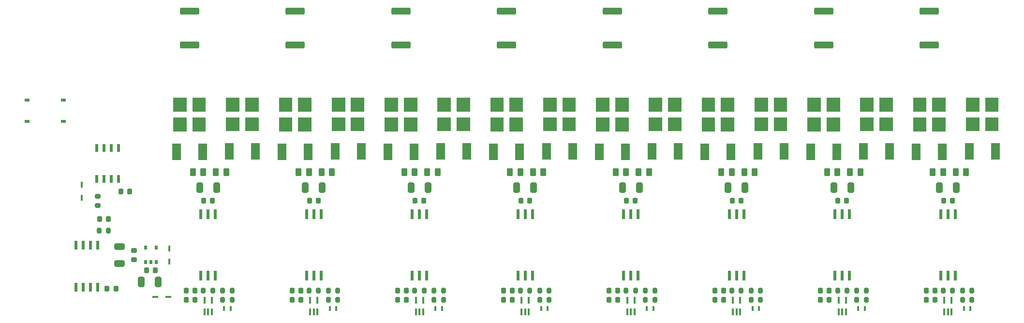
<source format=gtp>
G04 #@! TF.GenerationSoftware,KiCad,Pcbnew,8.0.5*
G04 #@! TF.CreationDate,2024-10-30T13:21:30-05:00*
G04 #@! TF.ProjectId,bidirectional_load_switch,62696469-7265-4637-9469-6f6e616c5f6c,0.2.0*
G04 #@! TF.SameCoordinates,Original*
G04 #@! TF.FileFunction,Paste,Top*
G04 #@! TF.FilePolarity,Positive*
%FSLAX46Y46*%
G04 Gerber Fmt 4.6, Leading zero omitted, Abs format (unit mm)*
G04 Created by KiCad (PCBNEW 8.0.5) date 2024-10-30 13:21:30*
%MOMM*%
%LPD*%
G01*
G04 APERTURE LIST*
G04 Aperture macros list*
%AMRoundRect*
0 Rectangle with rounded corners*
0 $1 Rounding radius*
0 $2 $3 $4 $5 $6 $7 $8 $9 X,Y pos of 4 corners*
0 Add a 4 corners polygon primitive as box body*
4,1,4,$2,$3,$4,$5,$6,$7,$8,$9,$2,$3,0*
0 Add four circle primitives for the rounded corners*
1,1,$1+$1,$2,$3*
1,1,$1+$1,$4,$5*
1,1,$1+$1,$6,$7*
1,1,$1+$1,$8,$9*
0 Add four rect primitives between the rounded corners*
20,1,$1+$1,$2,$3,$4,$5,0*
20,1,$1+$1,$4,$5,$6,$7,0*
20,1,$1+$1,$6,$7,$8,$9,0*
20,1,$1+$1,$8,$9,$2,$3,0*%
G04 Aperture macros list end*
%ADD10RoundRect,0.200000X0.200000X0.275000X-0.200000X0.275000X-0.200000X-0.275000X0.200000X-0.275000X0*%
%ADD11R,0.558800X1.701800*%
%ADD12R,0.355600X1.168400*%
%ADD13RoundRect,0.250000X0.325000X0.650000X-0.325000X0.650000X-0.325000X-0.650000X0.325000X-0.650000X0*%
%ADD14RoundRect,0.250000X-1.425000X0.362500X-1.425000X-0.362500X1.425000X-0.362500X1.425000X0.362500X0*%
%ADD15RoundRect,0.225000X0.225000X0.250000X-0.225000X0.250000X-0.225000X-0.250000X0.225000X-0.250000X0*%
%ADD16RoundRect,0.250000X-0.325000X-0.650000X0.325000X-0.650000X0.325000X0.650000X-0.325000X0.650000X0*%
%ADD17R,1.500000X2.900000*%
%ADD18R,0.457200X0.812800*%
%ADD19RoundRect,0.200000X-0.275000X0.200000X-0.275000X-0.200000X0.275000X-0.200000X0.275000X0.200000X0*%
%ADD20R,0.533400X1.574800*%
%ADD21RoundRect,0.250000X-0.262500X-0.450000X0.262500X-0.450000X0.262500X0.450000X-0.262500X0.450000X0*%
%ADD22RoundRect,0.200000X-0.200000X-0.275000X0.200000X-0.275000X0.200000X0.275000X-0.200000X0.275000X0*%
%ADD23RoundRect,0.225000X-0.225000X-0.250000X0.225000X-0.250000X0.225000X0.250000X-0.225000X0.250000X0*%
%ADD24RoundRect,0.250000X0.262500X0.450000X-0.262500X0.450000X-0.262500X-0.450000X0.262500X-0.450000X0*%
%ADD25R,0.952500X0.558800*%
%ADD26R,0.450800X1.111200*%
%ADD27R,0.558800X1.460500*%
%ADD28RoundRect,0.225000X-0.250000X0.225000X-0.250000X-0.225000X0.250000X-0.225000X0.250000X0.225000X0*%
%ADD29R,1.111200X0.450800*%
%ADD30R,0.549999X0.800001*%
%ADD31RoundRect,0.250000X-0.650000X0.325000X-0.650000X-0.325000X0.650000X-0.325000X0.650000X0.325000X0*%
G04 APERTURE END LIST*
G36*
X117950000Y-78000000D02*
G01*
X120300000Y-78000000D01*
X120300000Y-80450000D01*
X117950000Y-80450000D01*
X117950000Y-78000000D01*
G37*
G36*
X117950000Y-81450000D02*
G01*
X120300000Y-81450000D01*
X120300000Y-83900000D01*
X117950000Y-83900000D01*
X117950000Y-81450000D01*
G37*
G36*
X121300000Y-78000000D02*
G01*
X123650000Y-78000000D01*
X123650000Y-80450000D01*
X121300000Y-80450000D01*
X121300000Y-78000000D01*
G37*
G36*
X121300000Y-81450000D02*
G01*
X123650000Y-81450000D01*
X123650000Y-83900000D01*
X121300000Y-83900000D01*
X121300000Y-81450000D01*
G37*
G36*
X191950000Y-78000000D02*
G01*
X194300000Y-78000000D01*
X194300000Y-80450000D01*
X191950000Y-80450000D01*
X191950000Y-78000000D01*
G37*
G36*
X191950000Y-81450000D02*
G01*
X194300000Y-81450000D01*
X194300000Y-83900000D01*
X191950000Y-83900000D01*
X191950000Y-81450000D01*
G37*
G36*
X195300000Y-78000000D02*
G01*
X197650000Y-78000000D01*
X197650000Y-80450000D01*
X195300000Y-80450000D01*
X195300000Y-78000000D01*
G37*
G36*
X195300000Y-81450000D02*
G01*
X197650000Y-81450000D01*
X197650000Y-83900000D01*
X195300000Y-83900000D01*
X195300000Y-81450000D01*
G37*
G36*
X164200000Y-78050000D02*
G01*
X166550000Y-78050000D01*
X166550000Y-80500000D01*
X164200000Y-80500000D01*
X164200000Y-78050000D01*
G37*
G36*
X164200000Y-81500000D02*
G01*
X166550000Y-81500000D01*
X166550000Y-83950000D01*
X164200000Y-83950000D01*
X164200000Y-81500000D01*
G37*
G36*
X167550000Y-78050000D02*
G01*
X169900000Y-78050000D01*
X169900000Y-80500000D01*
X167550000Y-80500000D01*
X167550000Y-78050000D01*
G37*
G36*
X167550000Y-81500000D02*
G01*
X169900000Y-81500000D01*
X169900000Y-83950000D01*
X167550000Y-83950000D01*
X167550000Y-81500000D01*
G37*
G36*
X219700000Y-78050000D02*
G01*
X222050000Y-78050000D01*
X222050000Y-80500000D01*
X219700000Y-80500000D01*
X219700000Y-78050000D01*
G37*
G36*
X219700000Y-81500000D02*
G01*
X222050000Y-81500000D01*
X222050000Y-83950000D01*
X219700000Y-83950000D01*
X219700000Y-81500000D01*
G37*
G36*
X223050000Y-78050000D02*
G01*
X225400000Y-78050000D01*
X225400000Y-80500000D01*
X223050000Y-80500000D01*
X223050000Y-78050000D01*
G37*
G36*
X223050000Y-81500000D02*
G01*
X225400000Y-81500000D01*
X225400000Y-83950000D01*
X223050000Y-83950000D01*
X223050000Y-81500000D01*
G37*
G36*
X145700000Y-78050000D02*
G01*
X148050000Y-78050000D01*
X148050000Y-80500000D01*
X145700000Y-80500000D01*
X145700000Y-78050000D01*
G37*
G36*
X145700000Y-81500000D02*
G01*
X148050000Y-81500000D01*
X148050000Y-83950000D01*
X145700000Y-83950000D01*
X145700000Y-81500000D01*
G37*
G36*
X149050000Y-78050000D02*
G01*
X151400000Y-78050000D01*
X151400000Y-80500000D01*
X149050000Y-80500000D01*
X149050000Y-78050000D01*
G37*
G36*
X149050000Y-81500000D02*
G01*
X151400000Y-81500000D01*
X151400000Y-83950000D01*
X149050000Y-83950000D01*
X149050000Y-81500000D01*
G37*
G36*
X136450000Y-78000000D02*
G01*
X138800000Y-78000000D01*
X138800000Y-80450000D01*
X136450000Y-80450000D01*
X136450000Y-78000000D01*
G37*
G36*
X136450000Y-81450000D02*
G01*
X138800000Y-81450000D01*
X138800000Y-83900000D01*
X136450000Y-83900000D01*
X136450000Y-81450000D01*
G37*
G36*
X139800000Y-78000000D02*
G01*
X142150000Y-78000000D01*
X142150000Y-80450000D01*
X139800000Y-80450000D01*
X139800000Y-78000000D01*
G37*
G36*
X139800000Y-81450000D02*
G01*
X142150000Y-81450000D01*
X142150000Y-83900000D01*
X139800000Y-83900000D01*
X139800000Y-81450000D01*
G37*
G36*
X173450000Y-78000000D02*
G01*
X175800000Y-78000000D01*
X175800000Y-80450000D01*
X173450000Y-80450000D01*
X173450000Y-78000000D01*
G37*
G36*
X173450000Y-81450000D02*
G01*
X175800000Y-81450000D01*
X175800000Y-83900000D01*
X173450000Y-83900000D01*
X173450000Y-81450000D01*
G37*
G36*
X176800000Y-78000000D02*
G01*
X179150000Y-78000000D01*
X179150000Y-80450000D01*
X176800000Y-80450000D01*
X176800000Y-78000000D01*
G37*
G36*
X176800000Y-81450000D02*
G01*
X179150000Y-81450000D01*
X179150000Y-83900000D01*
X176800000Y-83900000D01*
X176800000Y-81450000D01*
G37*
G36*
X127200000Y-78050000D02*
G01*
X129550000Y-78050000D01*
X129550000Y-80500000D01*
X127200000Y-80500000D01*
X127200000Y-78050000D01*
G37*
G36*
X127200000Y-81500000D02*
G01*
X129550000Y-81500000D01*
X129550000Y-83950000D01*
X127200000Y-83950000D01*
X127200000Y-81500000D01*
G37*
G36*
X130550000Y-78050000D02*
G01*
X132900000Y-78050000D01*
X132900000Y-80500000D01*
X130550000Y-80500000D01*
X130550000Y-78050000D01*
G37*
G36*
X130550000Y-81500000D02*
G01*
X132900000Y-81500000D01*
X132900000Y-83950000D01*
X130550000Y-83950000D01*
X130550000Y-81500000D01*
G37*
G36*
X182700000Y-78050000D02*
G01*
X185050000Y-78050000D01*
X185050000Y-80500000D01*
X182700000Y-80500000D01*
X182700000Y-78050000D01*
G37*
G36*
X182700000Y-81500000D02*
G01*
X185050000Y-81500000D01*
X185050000Y-83950000D01*
X182700000Y-83950000D01*
X182700000Y-81500000D01*
G37*
G36*
X186050000Y-78050000D02*
G01*
X188400000Y-78050000D01*
X188400000Y-80500000D01*
X186050000Y-80500000D01*
X186050000Y-78050000D01*
G37*
G36*
X186050000Y-81500000D02*
G01*
X188400000Y-81500000D01*
X188400000Y-83950000D01*
X186050000Y-83950000D01*
X186050000Y-81500000D01*
G37*
G36*
X228950000Y-78000000D02*
G01*
X231300000Y-78000000D01*
X231300000Y-80450000D01*
X228950000Y-80450000D01*
X228950000Y-78000000D01*
G37*
G36*
X228950000Y-81450000D02*
G01*
X231300000Y-81450000D01*
X231300000Y-83900000D01*
X228950000Y-83900000D01*
X228950000Y-81450000D01*
G37*
G36*
X232300000Y-78000000D02*
G01*
X234650000Y-78000000D01*
X234650000Y-80450000D01*
X232300000Y-80450000D01*
X232300000Y-78000000D01*
G37*
G36*
X232300000Y-81450000D02*
G01*
X234650000Y-81450000D01*
X234650000Y-83900000D01*
X232300000Y-83900000D01*
X232300000Y-81450000D01*
G37*
G36*
X201200000Y-78050000D02*
G01*
X203550000Y-78050000D01*
X203550000Y-80500000D01*
X201200000Y-80500000D01*
X201200000Y-78050000D01*
G37*
G36*
X201200000Y-81500000D02*
G01*
X203550000Y-81500000D01*
X203550000Y-83950000D01*
X201200000Y-83950000D01*
X201200000Y-81500000D01*
G37*
G36*
X204550000Y-78050000D02*
G01*
X206900000Y-78050000D01*
X206900000Y-80500000D01*
X204550000Y-80500000D01*
X204550000Y-78050000D01*
G37*
G36*
X204550000Y-81500000D02*
G01*
X206900000Y-81500000D01*
X206900000Y-83950000D01*
X204550000Y-83950000D01*
X204550000Y-81500000D01*
G37*
G36*
X210450000Y-78000000D02*
G01*
X212800000Y-78000000D01*
X212800000Y-80450000D01*
X210450000Y-80450000D01*
X210450000Y-78000000D01*
G37*
G36*
X210450000Y-81450000D02*
G01*
X212800000Y-81450000D01*
X212800000Y-83900000D01*
X210450000Y-83900000D01*
X210450000Y-81450000D01*
G37*
G36*
X213800000Y-78000000D02*
G01*
X216150000Y-78000000D01*
X216150000Y-80450000D01*
X213800000Y-80450000D01*
X213800000Y-78000000D01*
G37*
G36*
X213800000Y-81450000D02*
G01*
X216150000Y-81450000D01*
X216150000Y-83900000D01*
X213800000Y-83900000D01*
X213800000Y-81450000D01*
G37*
G36*
X154950000Y-78000000D02*
G01*
X157300000Y-78000000D01*
X157300000Y-80450000D01*
X154950000Y-80450000D01*
X154950000Y-78000000D01*
G37*
G36*
X154950000Y-81450000D02*
G01*
X157300000Y-81450000D01*
X157300000Y-83900000D01*
X154950000Y-83900000D01*
X154950000Y-81450000D01*
G37*
G36*
X158300000Y-78000000D02*
G01*
X160650000Y-78000000D01*
X160650000Y-80450000D01*
X158300000Y-80450000D01*
X158300000Y-78000000D01*
G37*
G36*
X158300000Y-81450000D02*
G01*
X160650000Y-81450000D01*
X160650000Y-83900000D01*
X158300000Y-83900000D01*
X158300000Y-81450000D01*
G37*
G36*
X108700000Y-78050000D02*
G01*
X111050000Y-78050000D01*
X111050000Y-80500000D01*
X108700000Y-80500000D01*
X108700000Y-78050000D01*
G37*
G36*
X108700000Y-81500000D02*
G01*
X111050000Y-81500000D01*
X111050000Y-83950000D01*
X108700000Y-83950000D01*
X108700000Y-81500000D01*
G37*
G36*
X112050000Y-78050000D02*
G01*
X114400000Y-78050000D01*
X114400000Y-80500000D01*
X112050000Y-80500000D01*
X112050000Y-78050000D01*
G37*
G36*
X112050000Y-81500000D02*
G01*
X114400000Y-81500000D01*
X114400000Y-83950000D01*
X112050000Y-83950000D01*
X112050000Y-81500000D01*
G37*
G36*
X99450000Y-78000000D02*
G01*
X101800000Y-78000000D01*
X101800000Y-80450000D01*
X99450000Y-80450000D01*
X99450000Y-78000000D01*
G37*
G36*
X99450000Y-81450000D02*
G01*
X101800000Y-81450000D01*
X101800000Y-83900000D01*
X99450000Y-83900000D01*
X99450000Y-81450000D01*
G37*
G36*
X102800000Y-78000000D02*
G01*
X105150000Y-78000000D01*
X105150000Y-80450000D01*
X102800000Y-80450000D01*
X102800000Y-78000000D01*
G37*
G36*
X102800000Y-81450000D02*
G01*
X105150000Y-81450000D01*
X105150000Y-83900000D01*
X102800000Y-83900000D01*
X102800000Y-81450000D01*
G37*
G36*
X90200000Y-78050000D02*
G01*
X92550000Y-78050000D01*
X92550000Y-80500000D01*
X90200000Y-80500000D01*
X90200000Y-78050000D01*
G37*
G36*
X90200000Y-81500000D02*
G01*
X92550000Y-81500000D01*
X92550000Y-83950000D01*
X90200000Y-83950000D01*
X90200000Y-81500000D01*
G37*
G36*
X93550000Y-78050000D02*
G01*
X95900000Y-78050000D01*
X95900000Y-80500000D01*
X93550000Y-80500000D01*
X93550000Y-78050000D01*
G37*
G36*
X93550000Y-81500000D02*
G01*
X95900000Y-81500000D01*
X95900000Y-83950000D01*
X93550000Y-83950000D01*
X93550000Y-81500000D01*
G37*
D10*
X100475000Y-111800000D03*
X98825000Y-111800000D03*
X152625000Y-111800000D03*
X150975000Y-111800000D03*
D11*
X206030000Y-109184800D03*
X207300000Y-109184800D03*
X208570000Y-109184800D03*
X208570000Y-98415200D03*
X207300000Y-98415200D03*
X206030000Y-98415200D03*
D12*
X225150001Y-115541400D03*
X225800000Y-115541400D03*
X226449999Y-115541400D03*
X226449999Y-113458600D03*
X225150001Y-113458600D03*
D13*
X87524998Y-110275001D03*
X84574998Y-110275001D03*
D14*
X148550000Y-62837500D03*
X148550000Y-68762500D03*
D15*
X186525000Y-113400000D03*
X184975000Y-113400000D03*
D16*
X224325000Y-93800000D03*
X227275000Y-93800000D03*
D17*
X118514000Y-87450000D03*
X123086000Y-87450000D03*
D18*
X229721500Y-114950000D03*
X228578500Y-114950000D03*
D17*
X192514000Y-87450000D03*
X197086000Y-87450000D03*
D15*
X112525000Y-113400000D03*
X110975000Y-113400000D03*
D19*
X76950000Y-95275000D03*
X76950000Y-96925000D03*
D20*
X76955000Y-103854300D03*
X75685000Y-103854300D03*
X74415000Y-103854300D03*
X73145000Y-103854300D03*
X73145000Y-111245700D03*
X74415000Y-111245700D03*
X75685000Y-111245700D03*
X76955000Y-111245700D03*
D21*
X227137500Y-91050000D03*
X228962500Y-91050000D03*
X153137500Y-91050000D03*
X154962500Y-91050000D03*
D22*
X172825000Y-113400000D03*
X174475000Y-113400000D03*
D18*
X155721500Y-114950000D03*
X154578500Y-114950000D03*
D23*
X169525000Y-96050000D03*
X171075000Y-96050000D03*
D21*
X171637500Y-91050000D03*
X173462500Y-91050000D03*
D22*
X228325000Y-113400000D03*
X229975000Y-113400000D03*
D10*
X189625000Y-111800000D03*
X187975000Y-111800000D03*
D23*
X225025000Y-96050000D03*
X226575000Y-96050000D03*
D10*
X226625000Y-111800000D03*
X224975000Y-111800000D03*
D23*
X151025000Y-96050000D03*
X152575000Y-96050000D03*
D16*
X187325000Y-93800000D03*
X190275000Y-93800000D03*
D15*
X131025000Y-113400000D03*
X129475000Y-113400000D03*
X94025000Y-111800000D03*
X92475000Y-111800000D03*
D14*
X93050000Y-62837500D03*
X93050000Y-68762500D03*
D10*
X208125000Y-111800000D03*
X206475000Y-111800000D03*
D16*
X205825000Y-93800000D03*
X208775000Y-93800000D03*
D21*
X208637500Y-91050000D03*
X210462500Y-91050000D03*
D17*
X164764000Y-87500000D03*
X169336000Y-87500000D03*
X220264000Y-87500000D03*
X224836000Y-87500000D03*
D21*
X116137500Y-91050000D03*
X117962500Y-91050000D03*
D22*
X117325000Y-113400000D03*
X118975000Y-113400000D03*
D24*
X206462500Y-91050000D03*
X204637500Y-91050000D03*
D18*
X192721500Y-114950000D03*
X191578500Y-114950000D03*
D11*
X95030000Y-109184800D03*
X96300000Y-109184800D03*
X97570000Y-109184800D03*
X97570000Y-98415200D03*
X96300000Y-98415200D03*
X95030000Y-98415200D03*
D15*
X223525000Y-111800000D03*
X221975000Y-111800000D03*
D11*
X113530000Y-109184800D03*
X114800000Y-109184800D03*
X116070000Y-109184800D03*
X116070000Y-98415200D03*
X114800000Y-98415200D03*
X113530000Y-98415200D03*
D15*
X149525000Y-111800000D03*
X147975000Y-111800000D03*
D22*
X154325000Y-113400000D03*
X155975000Y-113400000D03*
D24*
X187962500Y-91050000D03*
X186137500Y-91050000D03*
D11*
X169030000Y-109184800D03*
X170300000Y-109184800D03*
X171570000Y-109184800D03*
X171570000Y-98415200D03*
X170300000Y-98415200D03*
X169030000Y-98415200D03*
D10*
X78875000Y-101300000D03*
X77225000Y-101300000D03*
X211475000Y-111800000D03*
X209825000Y-111800000D03*
D25*
X64618650Y-78445800D03*
X64618650Y-82154200D03*
X70981350Y-82154200D03*
X70981350Y-78445800D03*
D17*
X146264000Y-87500000D03*
X150836000Y-87500000D03*
D23*
X188025000Y-96050000D03*
X189575000Y-96050000D03*
D14*
X111550000Y-62837500D03*
X111550000Y-68762500D03*
D22*
X135825000Y-113400000D03*
X137475000Y-113400000D03*
D10*
X171125000Y-111800000D03*
X169475000Y-111800000D03*
D24*
X132462500Y-91050000D03*
X130637500Y-91050000D03*
D17*
X137014000Y-87450000D03*
X141586000Y-87450000D03*
D14*
X185550000Y-62837500D03*
X185550000Y-68762500D03*
D21*
X190137500Y-91050000D03*
X191962500Y-91050000D03*
D26*
X74150000Y-95550000D03*
X74150000Y-93250000D03*
D18*
X118721500Y-114950000D03*
X117578500Y-114950000D03*
D10*
X192975000Y-111800000D03*
X191325000Y-111800000D03*
X229975000Y-111800000D03*
X228325000Y-111800000D03*
D11*
X150530000Y-109184800D03*
X151800000Y-109184800D03*
X153070000Y-109184800D03*
X153070000Y-98415200D03*
X151800000Y-98415200D03*
X150530000Y-98415200D03*
D15*
X149525000Y-113400000D03*
X147975000Y-113400000D03*
D17*
X174014000Y-87450000D03*
X178586000Y-87450000D03*
D21*
X97637500Y-91050000D03*
X99462500Y-91050000D03*
D17*
X127764000Y-87500000D03*
X132336000Y-87500000D03*
D15*
X131025000Y-111800000D03*
X129475000Y-111800000D03*
D27*
X80605000Y-86825850D03*
X79335000Y-86825850D03*
X78065000Y-86825850D03*
X76795000Y-86825850D03*
X76795000Y-92274150D03*
X78065000Y-92274150D03*
X79335000Y-92274150D03*
X80605000Y-92274150D03*
D22*
X98825000Y-113400000D03*
X100475000Y-113400000D03*
D28*
X83299998Y-104800001D03*
X83299998Y-106350001D03*
D23*
X206525000Y-96050000D03*
X208075000Y-96050000D03*
D12*
X169650001Y-115541400D03*
X170300000Y-115541400D03*
X170949999Y-115541400D03*
X170949999Y-113458600D03*
X169650001Y-113458600D03*
D17*
X183264000Y-87500000D03*
X187836000Y-87500000D03*
D15*
X168025000Y-111800000D03*
X166475000Y-111800000D03*
D21*
X134637500Y-91050000D03*
X136462500Y-91050000D03*
D23*
X81025000Y-94450000D03*
X82575000Y-94450000D03*
D17*
X229514000Y-87450000D03*
X234086000Y-87450000D03*
D24*
X95462500Y-91050000D03*
X93637500Y-91050000D03*
D11*
X132030000Y-109184800D03*
X133300000Y-109184800D03*
X134570000Y-109184800D03*
X134570000Y-98415200D03*
X133300000Y-98415200D03*
X132030000Y-98415200D03*
D17*
X201764000Y-87500000D03*
X206336000Y-87500000D03*
D10*
X174475000Y-111800000D03*
X172825000Y-111800000D03*
X97125000Y-111800000D03*
X95475000Y-111800000D03*
X115625000Y-111800000D03*
X113975000Y-111800000D03*
D29*
X89350000Y-112900000D03*
X87050000Y-112900000D03*
D11*
X187530000Y-109184800D03*
X188800000Y-109184800D03*
X190070000Y-109184800D03*
X190070000Y-98415200D03*
X188800000Y-98415200D03*
X187530000Y-98415200D03*
D18*
X174221500Y-114950000D03*
X173078500Y-114950000D03*
D15*
X205025000Y-113400000D03*
X203475000Y-113400000D03*
D24*
X169462500Y-91050000D03*
X167637500Y-91050000D03*
D12*
X114150001Y-115541400D03*
X114800000Y-115541400D03*
X115449999Y-115541400D03*
X115449999Y-113458600D03*
X114150001Y-113458600D03*
D18*
X211221500Y-114950000D03*
X210078500Y-114950000D03*
D22*
X209825000Y-113400000D03*
X211475000Y-113400000D03*
D14*
X130050000Y-62837500D03*
X130050000Y-68762500D03*
D10*
X118975000Y-111800000D03*
X117325000Y-111800000D03*
D12*
X95650001Y-115541400D03*
X96300000Y-115541400D03*
X96949999Y-115541400D03*
X96949999Y-113458600D03*
X95650001Y-113458600D03*
D11*
X224530000Y-109184800D03*
X225800000Y-109184800D03*
X227070000Y-109184800D03*
X227070000Y-98415200D03*
X225800000Y-98415200D03*
X224530000Y-98415200D03*
D22*
X191325000Y-113400000D03*
X192975000Y-113400000D03*
D15*
X205025000Y-111800000D03*
X203475000Y-111800000D03*
D16*
X150325000Y-93800000D03*
X153275000Y-93800000D03*
D17*
X211014000Y-87450000D03*
X215586000Y-87450000D03*
D16*
X113325000Y-93800000D03*
X116275000Y-93800000D03*
D12*
X206650001Y-115541400D03*
X207300000Y-115541400D03*
X207949999Y-115541400D03*
X207949999Y-113458600D03*
X206650001Y-113458600D03*
D15*
X112525000Y-111800000D03*
X110975000Y-111800000D03*
D23*
X77275000Y-99300000D03*
X78825000Y-99300000D03*
D30*
X85349999Y-106825001D03*
X86300000Y-106825001D03*
X87249998Y-106825001D03*
X87249998Y-104275001D03*
X85349999Y-104275001D03*
D12*
X188150001Y-115541400D03*
X188800000Y-115541400D03*
X189449999Y-115541400D03*
X189449999Y-113458600D03*
X188150001Y-113458600D03*
D10*
X137475000Y-111800000D03*
X135825000Y-111800000D03*
D16*
X131825000Y-93800000D03*
X134775000Y-93800000D03*
D15*
X87074998Y-108275001D03*
X85524998Y-108275001D03*
X223525000Y-113400000D03*
X221975000Y-113400000D03*
X168025000Y-113400000D03*
X166475000Y-113400000D03*
D12*
X151150001Y-115541400D03*
X151800000Y-115541400D03*
X152449999Y-115541400D03*
X152449999Y-113458600D03*
X151150001Y-113458600D03*
D16*
X94825000Y-93800000D03*
X97775000Y-93800000D03*
D10*
X155975000Y-111800000D03*
X154325000Y-111800000D03*
D24*
X224962500Y-91050000D03*
X223137500Y-91050000D03*
D26*
X89549998Y-106725001D03*
X89549998Y-104425001D03*
D16*
X168825000Y-93800000D03*
X171775000Y-93800000D03*
D14*
X167050000Y-62837500D03*
X167050000Y-68762500D03*
D10*
X134125000Y-111800000D03*
X132475000Y-111800000D03*
D17*
X155514000Y-87450000D03*
X160086000Y-87450000D03*
D31*
X80799998Y-104100001D03*
X80799998Y-107050001D03*
D18*
X137221500Y-114950000D03*
X136078500Y-114950000D03*
D14*
X204050000Y-62837500D03*
X204050000Y-68762500D03*
D15*
X94025000Y-113400000D03*
X92475000Y-113400000D03*
D24*
X150962500Y-91050000D03*
X149137500Y-91050000D03*
D23*
X95525000Y-96050000D03*
X97075000Y-96050000D03*
D17*
X109264000Y-87500000D03*
X113836000Y-87500000D03*
D12*
X132650001Y-115541400D03*
X133300000Y-115541400D03*
X133949999Y-115541400D03*
X133949999Y-113458600D03*
X132650001Y-113458600D03*
D14*
X222550000Y-62837500D03*
X222550000Y-68762500D03*
D15*
X186525000Y-111800000D03*
X184975000Y-111800000D03*
D23*
X132525000Y-96050000D03*
X134075000Y-96050000D03*
D24*
X113962500Y-91050000D03*
X112137500Y-91050000D03*
D18*
X100221500Y-114950000D03*
X99078500Y-114950000D03*
D23*
X78625000Y-111450000D03*
X80175000Y-111450000D03*
X114025000Y-96050000D03*
X115575000Y-96050000D03*
D17*
X100014000Y-87450000D03*
X104586000Y-87450000D03*
X90764000Y-87500000D03*
X95336000Y-87500000D03*
M02*

</source>
